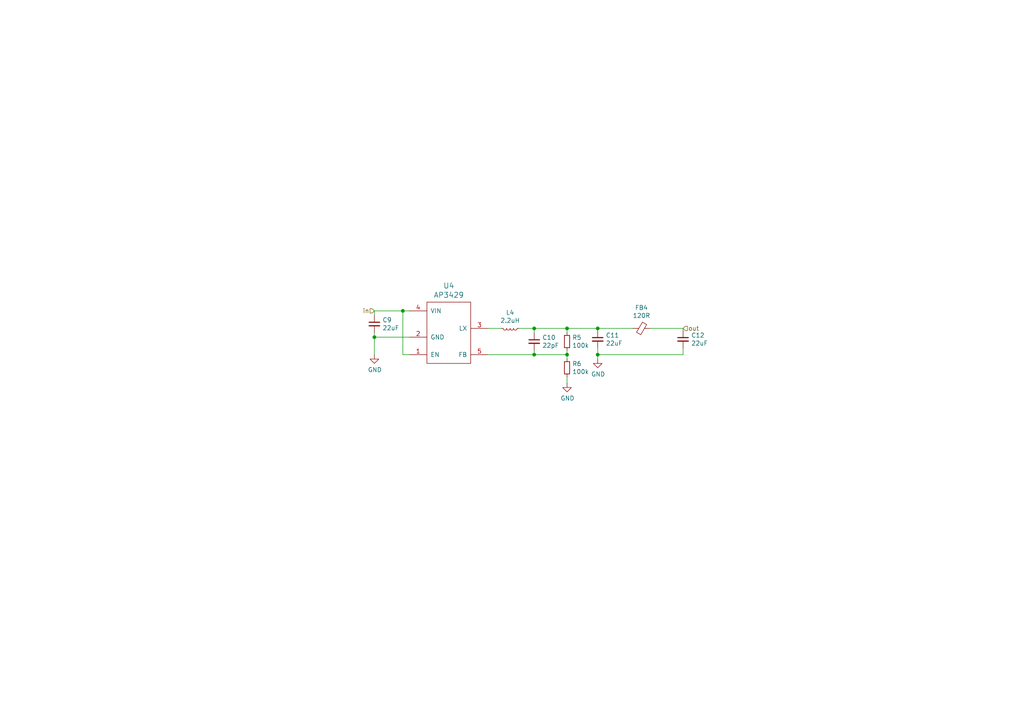
<source format=kicad_sch>
(kicad_sch (version 20211123) (generator eeschema)

  (uuid c022004a-c968-410e-b59e-fbab0e561e9d)

  (paper "A4")

  (lib_symbols
    (symbol "Device:C_Small" (pin_numbers hide) (pin_names (offset 0.254) hide) (in_bom yes) (on_board yes)
      (property "Reference" "C" (id 0) (at 0.254 1.778 0)
        (effects (font (size 1.27 1.27)) (justify left))
      )
      (property "Value" "C_Small" (id 1) (at 0.254 -2.032 0)
        (effects (font (size 1.27 1.27)) (justify left))
      )
      (property "Footprint" "" (id 2) (at 0 0 0)
        (effects (font (size 1.27 1.27)) hide)
      )
      (property "Datasheet" "~" (id 3) (at 0 0 0)
        (effects (font (size 1.27 1.27)) hide)
      )
      (property "ki_keywords" "capacitor cap" (id 4) (at 0 0 0)
        (effects (font (size 1.27 1.27)) hide)
      )
      (property "ki_description" "Unpolarized capacitor, small symbol" (id 5) (at 0 0 0)
        (effects (font (size 1.27 1.27)) hide)
      )
      (property "ki_fp_filters" "C_*" (id 6) (at 0 0 0)
        (effects (font (size 1.27 1.27)) hide)
      )
      (symbol "C_Small_0_1"
        (polyline
          (pts
            (xy -1.524 -0.508)
            (xy 1.524 -0.508)
          )
          (stroke (width 0.3302) (type default) (color 0 0 0 0))
          (fill (type none))
        )
        (polyline
          (pts
            (xy -1.524 0.508)
            (xy 1.524 0.508)
          )
          (stroke (width 0.3048) (type default) (color 0 0 0 0))
          (fill (type none))
        )
      )
      (symbol "C_Small_1_1"
        (pin passive line (at 0 2.54 270) (length 2.032)
          (name "~" (effects (font (size 1.27 1.27))))
          (number "1" (effects (font (size 1.27 1.27))))
        )
        (pin passive line (at 0 -2.54 90) (length 2.032)
          (name "~" (effects (font (size 1.27 1.27))))
          (number "2" (effects (font (size 1.27 1.27))))
        )
      )
    )
    (symbol "Device:Ferrite_Bead_Small" (pin_numbers hide) (pin_names (offset 0)) (in_bom yes) (on_board yes)
      (property "Reference" "FB" (id 0) (at 1.905 1.27 0)
        (effects (font (size 1.27 1.27)) (justify left))
      )
      (property "Value" "Device_Ferrite_Bead_Small" (id 1) (at 1.905 -1.27 0)
        (effects (font (size 1.27 1.27)) (justify left))
      )
      (property "Footprint" "" (id 2) (at -1.778 0 90)
        (effects (font (size 1.27 1.27)) hide)
      )
      (property "Datasheet" "" (id 3) (at 0 0 0)
        (effects (font (size 1.27 1.27)) hide)
      )
      (property "ki_fp_filters" "Inductor_* L_* *Ferrite*" (id 4) (at 0 0 0)
        (effects (font (size 1.27 1.27)) hide)
      )
      (symbol "Ferrite_Bead_Small_0_1"
        (polyline
          (pts
            (xy 0 -1.27)
            (xy 0 -0.7874)
          )
          (stroke (width 0) (type default) (color 0 0 0 0))
          (fill (type none))
        )
        (polyline
          (pts
            (xy 0 0.889)
            (xy 0 1.2954)
          )
          (stroke (width 0) (type default) (color 0 0 0 0))
          (fill (type none))
        )
        (polyline
          (pts
            (xy -1.8288 0.2794)
            (xy -1.1176 1.4986)
            (xy 1.8288 -0.2032)
            (xy 1.1176 -1.4224)
            (xy -1.8288 0.2794)
          )
          (stroke (width 0) (type default) (color 0 0 0 0))
          (fill (type none))
        )
      )
      (symbol "Ferrite_Bead_Small_1_1"
        (pin passive line (at 0 2.54 270) (length 1.27)
          (name "~" (effects (font (size 1.27 1.27))))
          (number "1" (effects (font (size 1.27 1.27))))
        )
        (pin passive line (at 0 -2.54 90) (length 1.27)
          (name "~" (effects (font (size 1.27 1.27))))
          (number "2" (effects (font (size 1.27 1.27))))
        )
      )
    )
    (symbol "Device:L_Small" (pin_numbers hide) (pin_names (offset 0.254) hide) (in_bom yes) (on_board yes)
      (property "Reference" "L" (id 0) (at 0.762 1.016 0)
        (effects (font (size 1.27 1.27)) (justify left))
      )
      (property "Value" "L_Small" (id 1) (at 0.762 -1.016 0)
        (effects (font (size 1.27 1.27)) (justify left))
      )
      (property "Footprint" "" (id 2) (at 0 0 0)
        (effects (font (size 1.27 1.27)) hide)
      )
      (property "Datasheet" "~" (id 3) (at 0 0 0)
        (effects (font (size 1.27 1.27)) hide)
      )
      (property "ki_keywords" "inductor choke coil reactor magnetic" (id 4) (at 0 0 0)
        (effects (font (size 1.27 1.27)) hide)
      )
      (property "ki_description" "Inductor, small symbol" (id 5) (at 0 0 0)
        (effects (font (size 1.27 1.27)) hide)
      )
      (property "ki_fp_filters" "Choke_* *Coil* Inductor_* L_*" (id 6) (at 0 0 0)
        (effects (font (size 1.27 1.27)) hide)
      )
      (symbol "L_Small_0_1"
        (arc (start 0 -2.032) (mid 0.508 -1.524) (end 0 -1.016)
          (stroke (width 0) (type default) (color 0 0 0 0))
          (fill (type none))
        )
        (arc (start 0 -1.016) (mid 0.508 -0.508) (end 0 0)
          (stroke (width 0) (type default) (color 0 0 0 0))
          (fill (type none))
        )
        (arc (start 0 0) (mid 0.508 0.508) (end 0 1.016)
          (stroke (width 0) (type default) (color 0 0 0 0))
          (fill (type none))
        )
        (arc (start 0 1.016) (mid 0.508 1.524) (end 0 2.032)
          (stroke (width 0) (type default) (color 0 0 0 0))
          (fill (type none))
        )
      )
      (symbol "L_Small_1_1"
        (pin passive line (at 0 2.54 270) (length 0.508)
          (name "~" (effects (font (size 1.27 1.27))))
          (number "1" (effects (font (size 1.27 1.27))))
        )
        (pin passive line (at 0 -2.54 90) (length 0.508)
          (name "~" (effects (font (size 1.27 1.27))))
          (number "2" (effects (font (size 1.27 1.27))))
        )
      )
    )
    (symbol "Device:R_Small" (pin_numbers hide) (pin_names (offset 0.254) hide) (in_bom yes) (on_board yes)
      (property "Reference" "R" (id 0) (at 0.762 0.508 0)
        (effects (font (size 1.27 1.27)) (justify left))
      )
      (property "Value" "R_Small" (id 1) (at 0.762 -1.016 0)
        (effects (font (size 1.27 1.27)) (justify left))
      )
      (property "Footprint" "" (id 2) (at 0 0 0)
        (effects (font (size 1.27 1.27)) hide)
      )
      (property "Datasheet" "~" (id 3) (at 0 0 0)
        (effects (font (size 1.27 1.27)) hide)
      )
      (property "ki_keywords" "R resistor" (id 4) (at 0 0 0)
        (effects (font (size 1.27 1.27)) hide)
      )
      (property "ki_description" "Resistor, small symbol" (id 5) (at 0 0 0)
        (effects (font (size 1.27 1.27)) hide)
      )
      (property "ki_fp_filters" "R_*" (id 6) (at 0 0 0)
        (effects (font (size 1.27 1.27)) hide)
      )
      (symbol "R_Small_0_1"
        (rectangle (start -0.762 1.778) (end 0.762 -1.778)
          (stroke (width 0.2032) (type default) (color 0 0 0 0))
          (fill (type none))
        )
      )
      (symbol "R_Small_1_1"
        (pin passive line (at 0 2.54 270) (length 0.762)
          (name "~" (effects (font (size 1.27 1.27))))
          (number "1" (effects (font (size 1.27 1.27))))
        )
        (pin passive line (at 0 -2.54 90) (length 0.762)
          (name "~" (effects (font (size 1.27 1.27))))
          (number "2" (effects (font (size 1.27 1.27))))
        )
      )
    )
    (symbol "local:AP3429" (pin_names (offset 1.016)) (in_bom yes) (on_board yes)
      (property "Reference" "U" (id 0) (at -2.54 12.7 0)
        (effects (font (size 1.524 1.524)))
      )
      (property "Value" "AP3429" (id 1) (at 0 10.16 0)
        (effects (font (size 1.524 1.524)))
      )
      (property "Footprint" "Package_TO_SOT_SMD:TSOT-23-5" (id 2) (at 0 0 0)
        (effects (font (size 1.524 1.524)) hide)
      )
      (property "Datasheet" "" (id 3) (at 0 0 0)
        (effects (font (size 1.524 1.524)) hide)
      )
      (symbol "AP3429_0_1"
        (rectangle (start -5.08 7.62) (end 7.62 -10.16)
          (stroke (width 0) (type default) (color 0 0 0 0))
          (fill (type none))
        )
        (pin input line (at -10.16 -7.62 0) (length 5.08)
          (name "EN" (effects (font (size 1.27 1.27))))
          (number "1" (effects (font (size 1.27 1.27))))
        )
        (pin output line (at 12.7 0 180) (length 5.08)
          (name "LX" (effects (font (size 1.27 1.27))))
          (number "3" (effects (font (size 1.27 1.27))))
        )
        (pin input line (at 12.7 -7.62 180) (length 5.08)
          (name "FB" (effects (font (size 1.27 1.27))))
          (number "5" (effects (font (size 1.27 1.27))))
        )
      )
      (symbol "AP3429_1_1"
        (pin power_in line (at -10.16 -2.54 0) (length 5.08)
          (name "GND" (effects (font (size 1.27 1.27))))
          (number "2" (effects (font (size 1.27 1.27))))
        )
        (pin power_in line (at -10.16 5.08 0) (length 5.08)
          (name "VIN" (effects (font (size 1.27 1.27))))
          (number "4" (effects (font (size 1.27 1.27))))
        )
      )
    )
    (symbol "power:GND" (power) (pin_names (offset 0)) (in_bom yes) (on_board yes)
      (property "Reference" "#PWR" (id 0) (at 0 -6.35 0)
        (effects (font (size 1.27 1.27)) hide)
      )
      (property "Value" "GND" (id 1) (at 0 -3.81 0)
        (effects (font (size 1.27 1.27)))
      )
      (property "Footprint" "" (id 2) (at 0 0 0)
        (effects (font (size 1.27 1.27)) hide)
      )
      (property "Datasheet" "" (id 3) (at 0 0 0)
        (effects (font (size 1.27 1.27)) hide)
      )
      (property "ki_keywords" "power-flag" (id 4) (at 0 0 0)
        (effects (font (size 1.27 1.27)) hide)
      )
      (property "ki_description" "Power symbol creates a global label with name \"GND\" , ground" (id 5) (at 0 0 0)
        (effects (font (size 1.27 1.27)) hide)
      )
      (symbol "GND_0_1"
        (polyline
          (pts
            (xy 0 0)
            (xy 0 -1.27)
            (xy 1.27 -1.27)
            (xy 0 -2.54)
            (xy -1.27 -1.27)
            (xy 0 -1.27)
          )
          (stroke (width 0) (type default) (color 0 0 0 0))
          (fill (type none))
        )
      )
      (symbol "GND_1_1"
        (pin power_in line (at 0 0 270) (length 0) hide
          (name "GND" (effects (font (size 1.27 1.27))))
          (number "1" (effects (font (size 1.27 1.27))))
        )
      )
    )
  )

  (junction (at 173.355 95.25) (diameter 0) (color 0 0 0 0)
    (uuid 0217dfc4-fc13-4699-99ad-d9948522648e)
  )
  (junction (at 164.465 95.25) (diameter 0) (color 0 0 0 0)
    (uuid 3aaee4c4-dbf7-49a5-a620-9465d8cc3ae7)
  )
  (junction (at 154.94 95.25) (diameter 0) (color 0 0 0 0)
    (uuid 42713045-fffd-4b2d-ae1e-7232d705fb12)
  )
  (junction (at 116.84 90.17) (diameter 0) (color 0 0 0 0)
    (uuid 66043bca-a260-4915-9fce-8a51d324c687)
  )
  (junction (at 154.94 102.87) (diameter 0) (color 0 0 0 0)
    (uuid 666713b0-70f4-42df-8761-f65bc212d03b)
  )
  (junction (at 173.355 102.87) (diameter 0) (color 0 0 0 0)
    (uuid 6bfe5804-2ef9-4c65-b2a7-f01e4014370a)
  )
  (junction (at 164.465 102.87) (diameter 0) (color 0 0 0 0)
    (uuid 7dc880bc-e7eb-4cce-8d8c-0b65a9dd788e)
  )
  (junction (at 108.585 97.79) (diameter 0) (color 0 0 0 0)
    (uuid c01d25cd-f4bb-4ef3-b5ea-533a2a4ddb2b)
  )

  (wire (pts (xy 154.94 95.25) (xy 154.94 96.52))
    (stroke (width 0) (type default) (color 0 0 0 0))
    (uuid 0b21a65d-d20b-411e-920a-75c343ac5136)
  )
  (wire (pts (xy 154.94 102.87) (xy 154.94 101.6))
    (stroke (width 0) (type default) (color 0 0 0 0))
    (uuid 0f22151c-f260-4674-b486-4710a2c42a55)
  )
  (wire (pts (xy 141.605 102.87) (xy 154.94 102.87))
    (stroke (width 0) (type default) (color 0 0 0 0))
    (uuid 1831fb37-1c5d-42c4-b898-151be6fca9dc)
  )
  (wire (pts (xy 164.465 95.25) (xy 164.465 96.52))
    (stroke (width 0) (type default) (color 0 0 0 0))
    (uuid 1a1ab354-5f85-45f9-938c-9f6c4c8c3ea2)
  )
  (wire (pts (xy 173.355 95.25) (xy 173.355 95.885))
    (stroke (width 0) (type default) (color 0 0 0 0))
    (uuid 1bf544e3-5940-4576-9291-2464e95c0ee2)
  )
  (wire (pts (xy 173.355 102.87) (xy 173.355 104.14))
    (stroke (width 0) (type default) (color 0 0 0 0))
    (uuid 1d9cdadc-9036-4a95-b6db-fa7b3b74c869)
  )
  (wire (pts (xy 116.84 90.17) (xy 118.745 90.17))
    (stroke (width 0) (type default) (color 0 0 0 0))
    (uuid 2d6db888-4e40-41c8-b701-07170fc894bc)
  )
  (wire (pts (xy 164.465 111.125) (xy 164.465 109.22))
    (stroke (width 0) (type default) (color 0 0 0 0))
    (uuid 31e08896-1992-4725-96d9-9d2728bca7a3)
  )
  (wire (pts (xy 118.745 97.79) (xy 108.585 97.79))
    (stroke (width 0) (type default) (color 0 0 0 0))
    (uuid 5fc27c35-3e1c-4f96-817c-93b5570858a6)
  )
  (wire (pts (xy 108.585 91.44) (xy 108.585 90.17))
    (stroke (width 0) (type default) (color 0 0 0 0))
    (uuid 6a45789b-3855-401f-8139-3c734f7f52f9)
  )
  (wire (pts (xy 154.94 102.87) (xy 164.465 102.87))
    (stroke (width 0) (type default) (color 0 0 0 0))
    (uuid 6c2e273e-743c-4f1e-a647-4171f8122550)
  )
  (wire (pts (xy 108.585 97.79) (xy 108.585 96.52))
    (stroke (width 0) (type default) (color 0 0 0 0))
    (uuid 6c9b793c-e74d-4754-a2c0-901e73b26f1c)
  )
  (wire (pts (xy 145.415 95.25) (xy 141.605 95.25))
    (stroke (width 0) (type default) (color 0 0 0 0))
    (uuid 704d6d51-bb34-4cbf-83d8-841e208048d8)
  )
  (wire (pts (xy 154.94 95.25) (xy 164.465 95.25))
    (stroke (width 0) (type default) (color 0 0 0 0))
    (uuid 7aed3a71-054b-4aaa-9c0a-030523c32827)
  )
  (wire (pts (xy 116.84 102.87) (xy 116.84 90.17))
    (stroke (width 0) (type default) (color 0 0 0 0))
    (uuid 852dabbf-de45-4470-8176-59d37a754407)
  )
  (wire (pts (xy 164.465 102.87) (xy 164.465 104.14))
    (stroke (width 0) (type default) (color 0 0 0 0))
    (uuid 9157f4ae-0244-4ff1-9f73-3cb4cbb5f280)
  )
  (wire (pts (xy 198.12 100.965) (xy 198.12 102.87))
    (stroke (width 0) (type default) (color 0 0 0 0))
    (uuid 922058ca-d09a-45fd-8394-05f3e2c1e03a)
  )
  (wire (pts (xy 198.12 95.25) (xy 198.12 95.885))
    (stroke (width 0) (type default) (color 0 0 0 0))
    (uuid 97fe9c60-586f-4895-8504-4d3729f5f81a)
  )
  (wire (pts (xy 108.585 102.87) (xy 108.585 97.79))
    (stroke (width 0) (type default) (color 0 0 0 0))
    (uuid 9b0a1687-7e1b-4a04-a30b-c27a072a2949)
  )
  (wire (pts (xy 173.355 100.965) (xy 173.355 102.87))
    (stroke (width 0) (type default) (color 0 0 0 0))
    (uuid 9e1b837f-0d34-4a18-9644-9ee68f141f46)
  )
  (wire (pts (xy 108.585 90.17) (xy 116.84 90.17))
    (stroke (width 0) (type default) (color 0 0 0 0))
    (uuid b1086f75-01ba-4188-8d36-75a9e2828ca9)
  )
  (wire (pts (xy 118.745 102.87) (xy 116.84 102.87))
    (stroke (width 0) (type default) (color 0 0 0 0))
    (uuid b5352a33-563a-4ffe-a231-2e68fb54afa3)
  )
  (wire (pts (xy 183.515 95.25) (xy 173.355 95.25))
    (stroke (width 0) (type default) (color 0 0 0 0))
    (uuid bd5408e4-362d-4e43-9d39-78fb99eb52c8)
  )
  (wire (pts (xy 188.595 95.25) (xy 198.12 95.25))
    (stroke (width 0) (type default) (color 0 0 0 0))
    (uuid bdc7face-9f7c-4701-80bb-4cc144448db1)
  )
  (wire (pts (xy 164.465 95.25) (xy 173.355 95.25))
    (stroke (width 0) (type default) (color 0 0 0 0))
    (uuid c0515cd2-cdaa-467e-8354-0f6eadfa35c9)
  )
  (wire (pts (xy 173.355 102.87) (xy 198.12 102.87))
    (stroke (width 0) (type default) (color 0 0 0 0))
    (uuid c0eca5ed-bc5e-4618-9bcd-80945bea41ed)
  )
  (wire (pts (xy 164.465 101.6) (xy 164.465 102.87))
    (stroke (width 0) (type default) (color 0 0 0 0))
    (uuid e857610b-4434-4144-b04e-43c1ebdc5ceb)
  )
  (wire (pts (xy 150.495 95.25) (xy 154.94 95.25))
    (stroke (width 0) (type default) (color 0 0 0 0))
    (uuid fe8d9267-7834-48d6-a191-c8724b2ee78d)
  )

  (hierarchical_label "out" (shape input) (at 198.12 95.25 0)
    (effects (font (size 1.27 1.27)) (justify left))
    (uuid 47baf4b1-0938-497d-88f9-671136aa8be7)
  )
  (hierarchical_label "in" (shape input) (at 108.585 90.17 180)
    (effects (font (size 1.27 1.27)) (justify right))
    (uuid 77ed3941-d133-4aef-a9af-5a39322d14eb)
  )

  (symbol (lib_id "local:AP3429") (at 128.905 95.25 0)
    (in_bom yes) (on_board yes)
    (uuid 00000000-0000-0000-0000-00006044b9a4)
    (property "Reference" "U4" (id 0) (at 130.175 82.8802 0)
      (effects (font (size 1.524 1.524)))
    )
    (property "Value" "AP3429" (id 1) (at 130.175 85.5726 0)
      (effects (font (size 1.524 1.524)))
    )
    (property "Footprint" "Package_TO_SOT_SMD:TSOT-23-5" (id 2) (at 128.905 95.25 0)
      (effects (font (size 1.524 1.524)) hide)
    )
    (property "Datasheet" "" (id 3) (at 128.905 95.25 0)
      (effects (font (size 1.524 1.524)) hide)
    )
    (property "MPN" "AP3429AKTTR-G1" (id 4) (at 128.905 95.25 0)
      (effects (font (size 1.27 1.27)) hide)
    )
    (pin "1" (uuid 264c18f5-9809-402b-bf50-49f243e8f4c8))
    (pin "3" (uuid ea041953-56d7-4181-bcd3-3933f93fafe5))
    (pin "5" (uuid b8822758-430c-4efd-821e-07c84fc4812e))
    (pin "2" (uuid 0a2588dd-ff9e-4076-aca8-67f53d693bb4))
    (pin "4" (uuid 66bffb3c-c45c-4fdf-9ac1-1cd23f7c4b99))
  )

  (symbol (lib_id "Device:C_Small") (at 108.585 93.98 0)
    (in_bom yes) (on_board yes)
    (uuid 00000000-0000-0000-0000-00006044b9aa)
    (property "Reference" "C9" (id 0) (at 110.9218 92.8116 0)
      (effects (font (size 1.27 1.27)) (justify left))
    )
    (property "Value" "22uF" (id 1) (at 110.9218 95.123 0)
      (effects (font (size 1.27 1.27)) (justify left))
    )
    (property "Footprint" "Capacitor_SMD:C_0603_1608Metric" (id 2) (at 108.585 93.98 0)
      (effects (font (size 1.27 1.27)) hide)
    )
    (property "Datasheet" "~" (id 3) (at 108.585 93.98 0)
      (effects (font (size 1.27 1.27)) hide)
    )
    (pin "1" (uuid 5adcc529-5723-4cd5-ab40-31266024c46e))
    (pin "2" (uuid bd6c0f9b-6564-422c-8ab5-17d2d1d3257f))
  )

  (symbol (lib_id "Device:C_Small") (at 173.355 98.425 0)
    (in_bom yes) (on_board yes)
    (uuid 00000000-0000-0000-0000-00006044b9b0)
    (property "Reference" "C11" (id 0) (at 175.6918 97.2566 0)
      (effects (font (size 1.27 1.27)) (justify left))
    )
    (property "Value" "22uF" (id 1) (at 175.6918 99.568 0)
      (effects (font (size 1.27 1.27)) (justify left))
    )
    (property "Footprint" "Capacitor_SMD:C_0603_1608Metric" (id 2) (at 173.355 98.425 0)
      (effects (font (size 1.27 1.27)) hide)
    )
    (property "Datasheet" "~" (id 3) (at 173.355 98.425 0)
      (effects (font (size 1.27 1.27)) hide)
    )
    (pin "1" (uuid 5a4580a8-da55-4ce3-bbbe-b33e7f00faa6))
    (pin "2" (uuid dec67f7d-f31a-47fd-a68b-95a22aa0e87e))
  )

  (symbol (lib_id "Device:C_Small") (at 198.12 98.425 0)
    (in_bom yes) (on_board yes)
    (uuid 00000000-0000-0000-0000-00006044b9b6)
    (property "Reference" "C12" (id 0) (at 200.4568 97.2566 0)
      (effects (font (size 1.27 1.27)) (justify left))
    )
    (property "Value" "22uF" (id 1) (at 200.4568 99.568 0)
      (effects (font (size 1.27 1.27)) (justify left))
    )
    (property "Footprint" "Capacitor_SMD:C_0603_1608Metric" (id 2) (at 198.12 98.425 0)
      (effects (font (size 1.27 1.27)) hide)
    )
    (property "Datasheet" "~" (id 3) (at 198.12 98.425 0)
      (effects (font (size 1.27 1.27)) hide)
    )
    (pin "1" (uuid 391d6784-f6e9-4bbe-806b-b62d3331d359))
    (pin "2" (uuid 8fe1dca6-ec83-48f7-91ee-f2260a7b356e))
  )

  (symbol (lib_id "Device:L_Small") (at 147.955 95.25 270)
    (in_bom yes) (on_board yes)
    (uuid 00000000-0000-0000-0000-00006044b9c1)
    (property "Reference" "L4" (id 0) (at 147.955 90.6526 90))
    (property "Value" "2.2uH" (id 1) (at 147.955 92.964 90))
    (property "Footprint" "Inductor_SMD:L_Taiyo-Yuden_NR-50xx" (id 2) (at 147.955 95.25 0)
      (effects (font (size 1.27 1.27)) hide)
    )
    (property "Datasheet" "~" (id 3) (at 147.955 95.25 0)
      (effects (font (size 1.27 1.27)) hide)
    )
    (property "MPN" "NRS5030T2R2NMGJ" (id 4) (at 147.955 95.25 0)
      (effects (font (size 1.27 1.27)) hide)
    )
    (pin "1" (uuid c5199b2a-7836-4823-8d6e-f7c9b66b7e88))
    (pin "2" (uuid 7d7ec822-99a2-413c-80ac-45c8fb6940a4))
  )

  (symbol (lib_id "Device:C_Small") (at 154.94 99.06 0)
    (in_bom yes) (on_board yes)
    (uuid 00000000-0000-0000-0000-00006044b9c8)
    (property "Reference" "C10" (id 0) (at 157.2768 97.8916 0)
      (effects (font (size 1.27 1.27)) (justify left))
    )
    (property "Value" "22pF" (id 1) (at 157.2768 100.203 0)
      (effects (font (size 1.27 1.27)) (justify left))
    )
    (property "Footprint" "Capacitor_SMD:C_0402_1005Metric" (id 2) (at 154.94 99.06 0)
      (effects (font (size 1.27 1.27)) hide)
    )
    (property "Datasheet" "~" (id 3) (at 154.94 99.06 0)
      (effects (font (size 1.27 1.27)) hide)
    )
    (pin "1" (uuid 15cb05f1-e523-415c-aac4-95a688f2ee48))
    (pin "2" (uuid a8cb2f62-4a11-4982-8f2b-36f0e50f4a69))
  )

  (symbol (lib_id "Device:R_Small") (at 164.465 99.06 0)
    (in_bom yes) (on_board yes)
    (uuid 00000000-0000-0000-0000-00006044b9d2)
    (property "Reference" "R5" (id 0) (at 165.9636 97.8916 0)
      (effects (font (size 1.27 1.27)) (justify left))
    )
    (property "Value" "100k" (id 1) (at 165.9636 100.203 0)
      (effects (font (size 1.27 1.27)) (justify left))
    )
    (property "Footprint" "Capacitor_SMD:C_0402_1005Metric" (id 2) (at 164.465 99.06 0)
      (effects (font (size 1.27 1.27)) hide)
    )
    (property "Datasheet" "~" (id 3) (at 164.465 99.06 0)
      (effects (font (size 1.27 1.27)) hide)
    )
    (pin "1" (uuid 473a8c4d-c34e-4a64-9807-4ff2269ed547))
    (pin "2" (uuid ed4e4a13-7a8b-4f46-be3f-9056a1a4d3c7))
  )

  (symbol (lib_id "Device:R_Small") (at 164.465 106.68 0)
    (in_bom yes) (on_board yes)
    (uuid 00000000-0000-0000-0000-00006044b9d8)
    (property "Reference" "R6" (id 0) (at 165.9636 105.5116 0)
      (effects (font (size 1.27 1.27)) (justify left))
    )
    (property "Value" "100k" (id 1) (at 165.9636 107.823 0)
      (effects (font (size 1.27 1.27)) (justify left))
    )
    (property "Footprint" "Capacitor_SMD:C_0402_1005Metric" (id 2) (at 164.465 106.68 0)
      (effects (font (size 1.27 1.27)) hide)
    )
    (property "Datasheet" "~" (id 3) (at 164.465 106.68 0)
      (effects (font (size 1.27 1.27)) hide)
    )
    (pin "1" (uuid 31e90529-b7be-4a7e-8f42-5207b689e31f))
    (pin "2" (uuid d0f76ded-7177-48e4-8dce-95beac9c4481))
  )

  (symbol (lib_id "power:GND") (at 164.465 111.125 0)
    (in_bom yes) (on_board yes)
    (uuid 00000000-0000-0000-0000-00006044b9ef)
    (property "Reference" "#PWR0108" (id 0) (at 164.465 117.475 0)
      (effects (font (size 1.27 1.27)) hide)
    )
    (property "Value" "GND" (id 1) (at 164.592 115.5192 0))
    (property "Footprint" "" (id 2) (at 164.465 111.125 0)
      (effects (font (size 1.27 1.27)) hide)
    )
    (property "Datasheet" "" (id 3) (at 164.465 111.125 0)
      (effects (font (size 1.27 1.27)) hide)
    )
    (pin "1" (uuid 51934aba-6bd8-4cf2-9180-7d8507ae546e))
  )

  (symbol (lib_id "power:GND") (at 173.355 104.14 0)
    (in_bom yes) (on_board yes)
    (uuid 00000000-0000-0000-0000-00006044b9fa)
    (property "Reference" "#PWR0109" (id 0) (at 173.355 110.49 0)
      (effects (font (size 1.27 1.27)) hide)
    )
    (property "Value" "GND" (id 1) (at 173.482 108.5342 0))
    (property "Footprint" "" (id 2) (at 173.355 104.14 0)
      (effects (font (size 1.27 1.27)) hide)
    )
    (property "Datasheet" "" (id 3) (at 173.355 104.14 0)
      (effects (font (size 1.27 1.27)) hide)
    )
    (pin "1" (uuid 69f29e22-58a1-4ec1-8c23-ee51e8f4c259))
  )

  (symbol (lib_id "power:GND") (at 108.585 102.87 0)
    (in_bom yes) (on_board yes)
    (uuid 00000000-0000-0000-0000-00006044ba02)
    (property "Reference" "#PWR0110" (id 0) (at 108.585 109.22 0)
      (effects (font (size 1.27 1.27)) hide)
    )
    (property "Value" "GND" (id 1) (at 108.712 107.2642 0))
    (property "Footprint" "" (id 2) (at 108.585 102.87 0)
      (effects (font (size 1.27 1.27)) hide)
    )
    (property "Datasheet" "" (id 3) (at 108.585 102.87 0)
      (effects (font (size 1.27 1.27)) hide)
    )
    (pin "1" (uuid 7e3e2cde-20d1-44f0-b20b-032c35805437))
  )

  (symbol (lib_id "Device:Ferrite_Bead_Small") (at 186.055 95.25 270)
    (in_bom yes) (on_board yes)
    (uuid 00000000-0000-0000-0000-000060b6362c)
    (property "Reference" "FB4" (id 0) (at 186.055 89.2302 90))
    (property "Value" "120R" (id 1) (at 186.055 91.5416 90))
    (property "Footprint" "Resistor_SMD:R_0603_1608Metric" (id 2) (at 186.055 93.472 90)
      (effects (font (size 1.27 1.27)) hide)
    )
    (property "Datasheet" "~" (id 3) (at 186.055 95.25 0)
      (effects (font (size 1.27 1.27)) hide)
    )
    (pin "1" (uuid 3694c1a8-2380-44c0-bb60-65f6bb64da88))
    (pin "2" (uuid 13737581-7dfd-4db0-80d0-2e29b2627948))
  )
)

</source>
